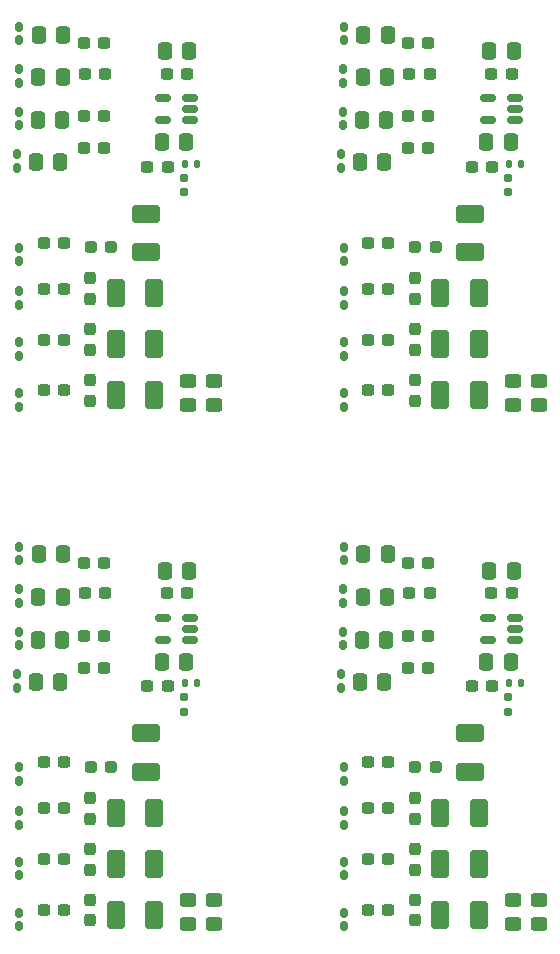
<source format=gbp>
G04 #@! TF.GenerationSoftware,KiCad,Pcbnew,9.0.4*
G04 #@! TF.CreationDate,2025-08-20T19:39:29-04:00*
G04 #@! TF.ProjectId,jlcpcb_4x4,6a6c6370-6362-45f3-9478-342e6b696361,rev?*
G04 #@! TF.SameCoordinates,Original*
G04 #@! TF.FileFunction,Paste,Bot*
G04 #@! TF.FilePolarity,Positive*
%FSLAX46Y46*%
G04 Gerber Fmt 4.6, Leading zero omitted, Abs format (unit mm)*
G04 Created by KiCad (PCBNEW 9.0.4) date 2025-08-20 19:39:29*
%MOMM*%
%LPD*%
G01*
G04 APERTURE LIST*
G04 Aperture macros list*
%AMRoundRect*
0 Rectangle with rounded corners*
0 $1 Rounding radius*
0 $2 $3 $4 $5 $6 $7 $8 $9 X,Y pos of 4 corners*
0 Add a 4 corners polygon primitive as box body*
4,1,4,$2,$3,$4,$5,$6,$7,$8,$9,$2,$3,0*
0 Add four circle primitives for the rounded corners*
1,1,$1+$1,$2,$3*
1,1,$1+$1,$4,$5*
1,1,$1+$1,$6,$7*
1,1,$1+$1,$8,$9*
0 Add four rect primitives between the rounded corners*
20,1,$1+$1,$2,$3,$4,$5,0*
20,1,$1+$1,$4,$5,$6,$7,0*
20,1,$1+$1,$6,$7,$8,$9,0*
20,1,$1+$1,$8,$9,$2,$3,0*%
G04 Aperture macros list end*
%ADD10RoundRect,0.250000X-0.337500X-0.475000X0.337500X-0.475000X0.337500X0.475000X-0.337500X0.475000X0*%
%ADD11RoundRect,0.160000X0.160000X-0.222500X0.160000X0.222500X-0.160000X0.222500X-0.160000X-0.222500X0*%
%ADD12RoundRect,0.237500X0.300000X0.237500X-0.300000X0.237500X-0.300000X-0.237500X0.300000X-0.237500X0*%
%ADD13RoundRect,0.237500X-0.300000X-0.237500X0.300000X-0.237500X0.300000X0.237500X-0.300000X0.237500X0*%
%ADD14RoundRect,0.237500X-0.237500X0.287500X-0.237500X-0.287500X0.237500X-0.287500X0.237500X0.287500X0*%
%ADD15RoundRect,0.250001X0.499999X0.924999X-0.499999X0.924999X-0.499999X-0.924999X0.499999X-0.924999X0*%
%ADD16RoundRect,0.250001X0.924999X-0.499999X0.924999X0.499999X-0.924999X0.499999X-0.924999X-0.499999X0*%
%ADD17RoundRect,0.160000X-0.160000X0.222500X-0.160000X-0.222500X0.160000X-0.222500X0.160000X0.222500X0*%
%ADD18RoundRect,0.250000X-0.450000X0.325000X-0.450000X-0.325000X0.450000X-0.325000X0.450000X0.325000X0*%
%ADD19RoundRect,0.237500X0.237500X-0.287500X0.237500X0.287500X-0.237500X0.287500X-0.237500X-0.287500X0*%
%ADD20RoundRect,0.237500X-0.287500X-0.237500X0.287500X-0.237500X0.287500X0.237500X-0.287500X0.237500X0*%
%ADD21RoundRect,0.135000X0.135000X0.185000X-0.135000X0.185000X-0.135000X-0.185000X0.135000X-0.185000X0*%
%ADD22RoundRect,0.160000X-0.160000X0.197500X-0.160000X-0.197500X0.160000X-0.197500X0.160000X0.197500X0*%
%ADD23RoundRect,0.250000X0.450000X-0.325000X0.450000X0.325000X-0.450000X0.325000X-0.450000X-0.325000X0*%
%ADD24RoundRect,0.250000X0.337500X0.475000X-0.337500X0.475000X-0.337500X-0.475000X0.337500X-0.475000X0*%
%ADD25RoundRect,0.150000X0.512500X0.150000X-0.512500X0.150000X-0.512500X-0.150000X0.512500X-0.150000X0*%
G04 APERTURE END LIST*
D10*
G04 #@! TO.C,T\u002AC110*
X54947500Y-63432500D03*
X57022500Y-63432500D03*
G04 #@! TD*
D11*
G04 #@! TO.C,D112*
X15407500Y-9660000D03*
X15407500Y-10805000D03*
G04 #@! TD*
D12*
G04 #@! TO.C,C113*
X19187500Y-36132500D03*
X17462500Y-36132500D03*
G04 #@! TD*
D13*
G04 #@! TO.C,C125*
X48422500Y-13632500D03*
X50147500Y-13632500D03*
G04 #@! TD*
D14*
G04 #@! TO.C,R109*
X21425000Y-39557500D03*
X21425000Y-41307500D03*
G04 #@! TD*
D11*
G04 #@! TO.C,D113*
X15360000Y-13260000D03*
X15360000Y-14405000D03*
G04 #@! TD*
D12*
G04 #@! TO.C,C123*
X46647500Y-27932500D03*
X44922500Y-27932500D03*
G04 #@! TD*
D15*
G04 #@! TO.C,C114*
X26850000Y-84832500D03*
X23600000Y-84832500D03*
G04 #@! TD*
D12*
G04 #@! TO.C,C117*
X46647500Y-84432500D03*
X44922500Y-84432500D03*
G04 #@! TD*
D10*
G04 #@! TO.C,FB110*
X44410000Y-61532500D03*
X46485000Y-61532500D03*
G04 #@! TD*
G04 #@! TO.C,FB109*
X17022500Y-57932500D03*
X19097500Y-57932500D03*
G04 #@! TD*
D13*
G04 #@! TO.C,C126*
X48322500Y-17232500D03*
X50047500Y-17232500D03*
G04 #@! TD*
D10*
G04 #@! TO.C,FB109*
X44482500Y-13932500D03*
X46557500Y-13932500D03*
G04 #@! TD*
D12*
G04 #@! TO.C,C117*
X19187500Y-84432500D03*
X17462500Y-84432500D03*
G04 #@! TD*
D10*
G04 #@! TO.C,FB111*
X16787500Y-21132500D03*
X18862500Y-21132500D03*
G04 #@! TD*
D12*
G04 #@! TO.C,T\u002AC109*
X57085000Y-13632500D03*
X55360000Y-13632500D03*
G04 #@! TD*
D15*
G04 #@! TO.C,C114*
X26850000Y-40832500D03*
X23600000Y-40832500D03*
G04 #@! TD*
D12*
G04 #@! TO.C,C113*
X19187500Y-80132500D03*
X17462500Y-80132500D03*
G04 #@! TD*
D16*
G04 #@! TO.C,C122*
X53585000Y-28732499D03*
X53585000Y-25482499D03*
G04 #@! TD*
D17*
G04 #@! TO.C,D109*
X15425000Y-85805000D03*
X15425000Y-84660000D03*
G04 #@! TD*
D12*
G04 #@! TO.C,T\u002AC109*
X57085000Y-57632500D03*
X55360000Y-57632500D03*
G04 #@! TD*
G04 #@! TO.C,C123*
X19187500Y-27932500D03*
X17462500Y-27932500D03*
G04 #@! TD*
D13*
G04 #@! TO.C,C124*
X20862500Y-11032500D03*
X22587500Y-11032500D03*
G04 #@! TD*
D10*
G04 #@! TO.C,T\u002AC110*
X27487500Y-63432500D03*
X29562500Y-63432500D03*
G04 #@! TD*
G04 #@! TO.C,FB110*
X16950000Y-17532500D03*
X19025000Y-17532500D03*
G04 #@! TD*
D12*
G04 #@! TO.C,C123*
X46647500Y-71932500D03*
X44922500Y-71932500D03*
G04 #@! TD*
D18*
G04 #@! TO.C,C130*
X29725000Y-83607500D03*
X29725000Y-85657500D03*
G04 #@! TD*
D19*
G04 #@! TO.C,R111*
X48885000Y-32707500D03*
X48885000Y-30957500D03*
G04 #@! TD*
D20*
G04 #@! TO.C,R116*
X21450000Y-28332500D03*
X23200000Y-28332500D03*
G04 #@! TD*
D17*
G04 #@! TO.C,D109*
X15425000Y-41805000D03*
X15425000Y-40660000D03*
G04 #@! TD*
D13*
G04 #@! TO.C,C129*
X53710582Y-65482883D03*
X55435582Y-65482883D03*
G04 #@! TD*
D17*
G04 #@! TO.C,D111*
X42885000Y-29505000D03*
X42885000Y-28360000D03*
G04 #@! TD*
D13*
G04 #@! TO.C,C124*
X48322500Y-55032500D03*
X50047500Y-55032500D03*
G04 #@! TD*
D11*
G04 #@! TO.C,D115*
X42685000Y-64460000D03*
X42685000Y-65605000D03*
G04 #@! TD*
D20*
G04 #@! TO.C,R116*
X21450000Y-72332500D03*
X23200000Y-72332500D03*
G04 #@! TD*
D12*
G04 #@! TO.C,C117*
X46647500Y-40432500D03*
X44922500Y-40432500D03*
G04 #@! TD*
D21*
G04 #@! TO.C,R128*
X57895000Y-65232500D03*
X56875000Y-65232500D03*
G04 #@! TD*
D10*
G04 #@! TO.C,FB108*
X44520000Y-54332500D03*
X46595000Y-54332500D03*
G04 #@! TD*
D11*
G04 #@! TO.C,D114*
X42820000Y-60860000D03*
X42820000Y-62005000D03*
G04 #@! TD*
D17*
G04 #@! TO.C,D111*
X15425000Y-29505000D03*
X15425000Y-28360000D03*
G04 #@! TD*
D13*
G04 #@! TO.C,C127*
X20862500Y-63932500D03*
X22587500Y-63932500D03*
G04 #@! TD*
D12*
G04 #@! TO.C,C123*
X19187500Y-71932500D03*
X17462500Y-71932500D03*
G04 #@! TD*
D11*
G04 #@! TO.C,D112*
X15407500Y-53660000D03*
X15407500Y-54805000D03*
G04 #@! TD*
G04 #@! TO.C,D115*
X42685000Y-20460000D03*
X42685000Y-21605000D03*
G04 #@! TD*
G04 #@! TO.C,D114*
X42820000Y-16860000D03*
X42820000Y-18005000D03*
G04 #@! TD*
D10*
G04 #@! TO.C,FB111*
X44247500Y-65132500D03*
X46322500Y-65132500D03*
G04 #@! TD*
D22*
G04 #@! TO.C,SCL109*
X29325000Y-22435000D03*
X29325000Y-23630000D03*
G04 #@! TD*
D11*
G04 #@! TO.C,D114*
X15360000Y-60860000D03*
X15360000Y-62005000D03*
G04 #@! TD*
D21*
G04 #@! TO.C,R128*
X57895000Y-21232500D03*
X56875000Y-21232500D03*
G04 #@! TD*
D12*
G04 #@! TO.C,T\u002AC109*
X29625000Y-13632500D03*
X27900000Y-13632500D03*
G04 #@! TD*
D19*
G04 #@! TO.C,R108*
X21425000Y-81007500D03*
X21425000Y-79257500D03*
G04 #@! TD*
G04 #@! TO.C,R111*
X21425000Y-76707500D03*
X21425000Y-74957500D03*
G04 #@! TD*
D23*
G04 #@! TO.C,C131*
X59385000Y-41657500D03*
X59385000Y-39607500D03*
G04 #@! TD*
D17*
G04 #@! TO.C,D108*
X42885000Y-81505000D03*
X42885000Y-80360000D03*
G04 #@! TD*
G04 #@! TO.C,D110*
X42885000Y-77205000D03*
X42885000Y-76060000D03*
G04 #@! TD*
G04 #@! TO.C,D109*
X42885000Y-41805000D03*
X42885000Y-40660000D03*
G04 #@! TD*
D10*
G04 #@! TO.C,FB110*
X44410000Y-17532500D03*
X46485000Y-17532500D03*
G04 #@! TD*
D15*
G04 #@! TO.C,C114*
X54310000Y-40832500D03*
X51060000Y-40832500D03*
G04 #@! TD*
D22*
G04 #@! TO.C,SCL109*
X56785000Y-66435000D03*
X56785000Y-67630000D03*
G04 #@! TD*
D17*
G04 #@! TO.C,D109*
X42885000Y-85805000D03*
X42885000Y-84660000D03*
G04 #@! TD*
D11*
G04 #@! TO.C,D113*
X15360000Y-57260000D03*
X15360000Y-58405000D03*
G04 #@! TD*
D24*
G04 #@! TO.C,T\u002AC108*
X57260000Y-11698186D03*
X55185000Y-11698186D03*
G04 #@! TD*
D13*
G04 #@! TO.C,C129*
X53710582Y-21482883D03*
X55435582Y-21482883D03*
G04 #@! TD*
D18*
G04 #@! TO.C,C130*
X57185000Y-39607500D03*
X57185000Y-41657500D03*
G04 #@! TD*
D12*
G04 #@! TO.C,C117*
X19187500Y-40432500D03*
X17462500Y-40432500D03*
G04 #@! TD*
D19*
G04 #@! TO.C,R108*
X48885000Y-81007500D03*
X48885000Y-79257500D03*
G04 #@! TD*
D24*
G04 #@! TO.C,T\u002AC108*
X29800000Y-11698186D03*
X27725000Y-11698186D03*
G04 #@! TD*
D25*
G04 #@! TO.C,U109*
X29877500Y-15670686D03*
X29877500Y-16620686D03*
X29877500Y-17570686D03*
X27602500Y-17570686D03*
X27602500Y-15670686D03*
G04 #@! TD*
G04 #@! TO.C,U109*
X29877500Y-59670686D03*
X29877500Y-60620686D03*
X29877500Y-61570686D03*
X27602500Y-61570686D03*
X27602500Y-59670686D03*
G04 #@! TD*
D20*
G04 #@! TO.C,R116*
X48910000Y-72332500D03*
X50660000Y-72332500D03*
G04 #@! TD*
D10*
G04 #@! TO.C,FB111*
X44247500Y-21132500D03*
X46322500Y-21132500D03*
G04 #@! TD*
D24*
G04 #@! TO.C,T\u002AC108*
X29800000Y-55698186D03*
X27725000Y-55698186D03*
G04 #@! TD*
D15*
G04 #@! TO.C,C110*
X54310000Y-36532500D03*
X51060000Y-36532500D03*
G04 #@! TD*
D13*
G04 #@! TO.C,C124*
X48322500Y-11032500D03*
X50047500Y-11032500D03*
G04 #@! TD*
D15*
G04 #@! TO.C,C110*
X54310000Y-80532500D03*
X51060000Y-80532500D03*
G04 #@! TD*
G04 #@! TO.C,C114*
X54310000Y-84832500D03*
X51060000Y-84832500D03*
G04 #@! TD*
D13*
G04 #@! TO.C,C125*
X20962500Y-13632500D03*
X22687500Y-13632500D03*
G04 #@! TD*
G04 #@! TO.C,C127*
X48322500Y-63932500D03*
X50047500Y-63932500D03*
G04 #@! TD*
D11*
G04 #@! TO.C,D112*
X42867500Y-9660000D03*
X42867500Y-10805000D03*
G04 #@! TD*
D10*
G04 #@! TO.C,FB108*
X17060000Y-10332500D03*
X19135000Y-10332500D03*
G04 #@! TD*
D12*
G04 #@! TO.C,C121*
X19187500Y-31832500D03*
X17462500Y-31832500D03*
G04 #@! TD*
G04 #@! TO.C,C121*
X19187500Y-75832500D03*
X17462500Y-75832500D03*
G04 #@! TD*
D13*
G04 #@! TO.C,C124*
X20862500Y-55032500D03*
X22587500Y-55032500D03*
G04 #@! TD*
D23*
G04 #@! TO.C,C131*
X31925000Y-85657500D03*
X31925000Y-83607500D03*
G04 #@! TD*
D12*
G04 #@! TO.C,C121*
X46647500Y-31832500D03*
X44922500Y-31832500D03*
G04 #@! TD*
G04 #@! TO.C,C113*
X46647500Y-36132500D03*
X44922500Y-36132500D03*
G04 #@! TD*
D13*
G04 #@! TO.C,C125*
X20962500Y-57632500D03*
X22687500Y-57632500D03*
G04 #@! TD*
D15*
G04 #@! TO.C,C110*
X26850000Y-80532500D03*
X23600000Y-80532500D03*
G04 #@! TD*
D19*
G04 #@! TO.C,R111*
X48885000Y-76707500D03*
X48885000Y-74957500D03*
G04 #@! TD*
D21*
G04 #@! TO.C,R128*
X30435000Y-21232500D03*
X29415000Y-21232500D03*
G04 #@! TD*
D10*
G04 #@! TO.C,FB111*
X16787500Y-65132500D03*
X18862500Y-65132500D03*
G04 #@! TD*
D17*
G04 #@! TO.C,D108*
X42885000Y-37505000D03*
X42885000Y-36360000D03*
G04 #@! TD*
D19*
G04 #@! TO.C,R108*
X48885000Y-37007500D03*
X48885000Y-35257500D03*
G04 #@! TD*
D18*
G04 #@! TO.C,C130*
X29725000Y-39607500D03*
X29725000Y-41657500D03*
G04 #@! TD*
D23*
G04 #@! TO.C,C131*
X31925000Y-41657500D03*
X31925000Y-39607500D03*
G04 #@! TD*
D10*
G04 #@! TO.C,FB108*
X17060000Y-54332500D03*
X19135000Y-54332500D03*
G04 #@! TD*
D14*
G04 #@! TO.C,R109*
X48885000Y-83557500D03*
X48885000Y-85307500D03*
G04 #@! TD*
D11*
G04 #@! TO.C,D113*
X42820000Y-57260000D03*
X42820000Y-58405000D03*
G04 #@! TD*
D21*
G04 #@! TO.C,R128*
X30435000Y-65232500D03*
X29415000Y-65232500D03*
G04 #@! TD*
D10*
G04 #@! TO.C,FB109*
X17022500Y-13932500D03*
X19097500Y-13932500D03*
G04 #@! TD*
G04 #@! TO.C,FB108*
X44520000Y-10332500D03*
X46595000Y-10332500D03*
G04 #@! TD*
D15*
G04 #@! TO.C,C120*
X26850000Y-32232500D03*
X23600000Y-32232500D03*
G04 #@! TD*
D11*
G04 #@! TO.C,D115*
X15225000Y-64460000D03*
X15225000Y-65605000D03*
G04 #@! TD*
D19*
G04 #@! TO.C,R111*
X21425000Y-32707500D03*
X21425000Y-30957500D03*
G04 #@! TD*
D16*
G04 #@! TO.C,C122*
X53585000Y-72732499D03*
X53585000Y-69482499D03*
G04 #@! TD*
D11*
G04 #@! TO.C,D112*
X42867500Y-53660000D03*
X42867500Y-54805000D03*
G04 #@! TD*
D17*
G04 #@! TO.C,D110*
X15425000Y-77205000D03*
X15425000Y-76060000D03*
G04 #@! TD*
D13*
G04 #@! TO.C,C129*
X26250582Y-65482883D03*
X27975582Y-65482883D03*
G04 #@! TD*
D17*
G04 #@! TO.C,D111*
X15425000Y-73505000D03*
X15425000Y-72360000D03*
G04 #@! TD*
D13*
G04 #@! TO.C,C125*
X48422500Y-57632500D03*
X50147500Y-57632500D03*
G04 #@! TD*
D17*
G04 #@! TO.C,D110*
X42885000Y-33205000D03*
X42885000Y-32060000D03*
G04 #@! TD*
D15*
G04 #@! TO.C,C120*
X26850000Y-76232500D03*
X23600000Y-76232500D03*
G04 #@! TD*
D25*
G04 #@! TO.C,U109*
X57337500Y-15670686D03*
X57337500Y-16620686D03*
X57337500Y-17570686D03*
X55062500Y-17570686D03*
X55062500Y-15670686D03*
G04 #@! TD*
D13*
G04 #@! TO.C,C126*
X20862500Y-17232500D03*
X22587500Y-17232500D03*
G04 #@! TD*
D25*
G04 #@! TO.C,U109*
X57337500Y-59670686D03*
X57337500Y-60620686D03*
X57337500Y-61570686D03*
X55062500Y-61570686D03*
X55062500Y-59670686D03*
G04 #@! TD*
D10*
G04 #@! TO.C,T\u002AC110*
X27487500Y-19432500D03*
X29562500Y-19432500D03*
G04 #@! TD*
D11*
G04 #@! TO.C,D114*
X15360000Y-16860000D03*
X15360000Y-18005000D03*
G04 #@! TD*
D17*
G04 #@! TO.C,D108*
X15425000Y-37505000D03*
X15425000Y-36360000D03*
G04 #@! TD*
D22*
G04 #@! TO.C,SCL109*
X29325000Y-66435000D03*
X29325000Y-67630000D03*
G04 #@! TD*
D11*
G04 #@! TO.C,D115*
X15225000Y-20460000D03*
X15225000Y-21605000D03*
G04 #@! TD*
D15*
G04 #@! TO.C,C120*
X54310000Y-76232500D03*
X51060000Y-76232500D03*
G04 #@! TD*
D24*
G04 #@! TO.C,T\u002AC108*
X57260000Y-55698186D03*
X55185000Y-55698186D03*
G04 #@! TD*
D13*
G04 #@! TO.C,C127*
X20862500Y-19932500D03*
X22587500Y-19932500D03*
G04 #@! TD*
D11*
G04 #@! TO.C,D113*
X42820000Y-13260000D03*
X42820000Y-14405000D03*
G04 #@! TD*
D16*
G04 #@! TO.C,C122*
X26125000Y-28732499D03*
X26125000Y-25482499D03*
G04 #@! TD*
D13*
G04 #@! TO.C,C127*
X48322500Y-19932500D03*
X50047500Y-19932500D03*
G04 #@! TD*
D12*
G04 #@! TO.C,T\u002AC109*
X29625000Y-57632500D03*
X27900000Y-57632500D03*
G04 #@! TD*
D17*
G04 #@! TO.C,D110*
X15425000Y-33205000D03*
X15425000Y-32060000D03*
G04 #@! TD*
D16*
G04 #@! TO.C,C122*
X26125000Y-72732499D03*
X26125000Y-69482499D03*
G04 #@! TD*
D14*
G04 #@! TO.C,R109*
X48885000Y-39557500D03*
X48885000Y-41307500D03*
G04 #@! TD*
D17*
G04 #@! TO.C,D111*
X42885000Y-73505000D03*
X42885000Y-72360000D03*
G04 #@! TD*
D23*
G04 #@! TO.C,C131*
X59385000Y-85657500D03*
X59385000Y-83607500D03*
G04 #@! TD*
D12*
G04 #@! TO.C,C121*
X46647500Y-75832500D03*
X44922500Y-75832500D03*
G04 #@! TD*
D10*
G04 #@! TO.C,T\u002AC110*
X54947500Y-19432500D03*
X57022500Y-19432500D03*
G04 #@! TD*
G04 #@! TO.C,FB109*
X44482500Y-57932500D03*
X46557500Y-57932500D03*
G04 #@! TD*
D13*
G04 #@! TO.C,C129*
X26250582Y-21482883D03*
X27975582Y-21482883D03*
G04 #@! TD*
D15*
G04 #@! TO.C,C110*
X26850000Y-36532500D03*
X23600000Y-36532500D03*
G04 #@! TD*
D22*
G04 #@! TO.C,SCL109*
X56785000Y-22435000D03*
X56785000Y-23630000D03*
G04 #@! TD*
D13*
G04 #@! TO.C,C126*
X20862500Y-61232500D03*
X22587500Y-61232500D03*
G04 #@! TD*
D10*
G04 #@! TO.C,FB110*
X16950000Y-61532500D03*
X19025000Y-61532500D03*
G04 #@! TD*
D12*
G04 #@! TO.C,C113*
X46647500Y-80132500D03*
X44922500Y-80132500D03*
G04 #@! TD*
D20*
G04 #@! TO.C,R116*
X48910000Y-28332500D03*
X50660000Y-28332500D03*
G04 #@! TD*
D15*
G04 #@! TO.C,C120*
X54310000Y-32232500D03*
X51060000Y-32232500D03*
G04 #@! TD*
D19*
G04 #@! TO.C,R108*
X21425000Y-37007500D03*
X21425000Y-35257500D03*
G04 #@! TD*
D13*
G04 #@! TO.C,C126*
X48322500Y-61232500D03*
X50047500Y-61232500D03*
G04 #@! TD*
D14*
G04 #@! TO.C,R109*
X21425000Y-83557500D03*
X21425000Y-85307500D03*
G04 #@! TD*
D17*
G04 #@! TO.C,D108*
X15425000Y-81505000D03*
X15425000Y-80360000D03*
G04 #@! TD*
D18*
G04 #@! TO.C,C130*
X57185000Y-83607500D03*
X57185000Y-85657500D03*
G04 #@! TD*
M02*

</source>
